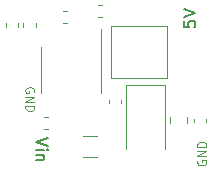
<source format=gto>
G04 #@! TF.GenerationSoftware,KiCad,Pcbnew,(5.1.0-1558-g0ba0c1724)*
G04 #@! TF.CreationDate,2019-11-25T19:03:30-08:00*
G04 #@! TF.ProjectId,MP-Power,4d502d50-6f77-4657-922e-6b696361645f,rev?*
G04 #@! TF.SameCoordinates,Original*
G04 #@! TF.FileFunction,Legend,Top*
G04 #@! TF.FilePolarity,Positive*
%FSLAX46Y46*%
G04 Gerber Fmt 4.6, Leading zero omitted, Abs format (unit mm)*
G04 Created by KiCad (PCBNEW (5.1.0-1558-g0ba0c1724)) date 2019-11-25 19:03:30*
%MOMM*%
%LPD*%
G04 APERTURE LIST*
%ADD10C,0.100000*%
%ADD11C,0.150000*%
%ADD12C,0.120000*%
G04 APERTURE END LIST*
D10*
X124725000Y-86171428D02*
X124689285Y-86242857D01*
X124689285Y-86350000D01*
X124725000Y-86457142D01*
X124796428Y-86528571D01*
X124867857Y-86564285D01*
X125010714Y-86600000D01*
X125117857Y-86600000D01*
X125260714Y-86564285D01*
X125332142Y-86528571D01*
X125403571Y-86457142D01*
X125439285Y-86350000D01*
X125439285Y-86278571D01*
X125403571Y-86171428D01*
X125367857Y-86135714D01*
X125117857Y-86135714D01*
X125117857Y-86278571D01*
X125439285Y-85814285D02*
X124689285Y-85814285D01*
X125439285Y-85385714D01*
X124689285Y-85385714D01*
X125439285Y-85028571D02*
X124689285Y-85028571D01*
X124689285Y-84850000D01*
X124725000Y-84742857D01*
X124796428Y-84671428D01*
X124867857Y-84635714D01*
X125010714Y-84600000D01*
X125117857Y-84600000D01*
X125260714Y-84635714D01*
X125332142Y-84671428D01*
X125403571Y-84742857D01*
X125439285Y-84850000D01*
X125439285Y-85028571D01*
D11*
X112047619Y-84276190D02*
X111047619Y-84609523D01*
X112047619Y-84942857D01*
X111047619Y-85276190D02*
X111714285Y-85276190D01*
X112047619Y-85276190D02*
X112000000Y-85228571D01*
X111952380Y-85276190D01*
X112000000Y-85323809D01*
X112047619Y-85276190D01*
X111952380Y-85276190D01*
X111714285Y-85752380D02*
X111047619Y-85752380D01*
X111619047Y-85752380D02*
X111666666Y-85800000D01*
X111714285Y-85895238D01*
X111714285Y-86038095D01*
X111666666Y-86133333D01*
X111571428Y-86180952D01*
X111047619Y-86180952D01*
X123552380Y-74390476D02*
X123552380Y-74866666D01*
X124028571Y-74914285D01*
X123980952Y-74866666D01*
X123933333Y-74771428D01*
X123933333Y-74533333D01*
X123980952Y-74438095D01*
X124028571Y-74390476D01*
X124123809Y-74342857D01*
X124361904Y-74342857D01*
X124457142Y-74390476D01*
X124504761Y-74438095D01*
X124552380Y-74533333D01*
X124552380Y-74771428D01*
X124504761Y-74866666D01*
X124457142Y-74914285D01*
X123552380Y-74057142D02*
X124552380Y-73723809D01*
X123552380Y-73390476D01*
D10*
X110875000Y-80428571D02*
X110910714Y-80357142D01*
X110910714Y-80250000D01*
X110875000Y-80142857D01*
X110803571Y-80071428D01*
X110732142Y-80035714D01*
X110589285Y-80000000D01*
X110482142Y-80000000D01*
X110339285Y-80035714D01*
X110267857Y-80071428D01*
X110196428Y-80142857D01*
X110160714Y-80250000D01*
X110160714Y-80321428D01*
X110196428Y-80428571D01*
X110232142Y-80464285D01*
X110482142Y-80464285D01*
X110482142Y-80321428D01*
X110160714Y-80785714D02*
X110910714Y-80785714D01*
X110160714Y-81214285D01*
X110910714Y-81214285D01*
X110160714Y-81571428D02*
X110910714Y-81571428D01*
X110910714Y-81750000D01*
X110875000Y-81857142D01*
X110803571Y-81928571D01*
X110732142Y-81964285D01*
X110589285Y-82000000D01*
X110482142Y-82000000D01*
X110339285Y-81964285D01*
X110267857Y-81928571D01*
X110196428Y-81857142D01*
X110160714Y-81750000D01*
X110160714Y-81571428D01*
D12*
X111440000Y-78500000D02*
X111440000Y-80450000D01*
X111440000Y-78500000D02*
X111440000Y-76550000D01*
X116560000Y-78500000D02*
X116560000Y-80450000D01*
X116560000Y-78500000D02*
X116560000Y-75050000D01*
X124390000Y-82637221D02*
X124390000Y-82962779D01*
X125410000Y-82637221D02*
X125410000Y-82962779D01*
X113337221Y-73490000D02*
X113662779Y-73490000D01*
X113337221Y-74510000D02*
X113662779Y-74510000D01*
D10*
X117375000Y-74775000D02*
X117375000Y-79225000D01*
X122125000Y-74775000D02*
X122125000Y-79225000D01*
X117375000Y-79225000D02*
X122125000Y-79225000D01*
X117375000Y-74775000D02*
X122125000Y-74775000D01*
D12*
X109990000Y-74912779D02*
X109990000Y-74587221D01*
X111010000Y-74912779D02*
X111010000Y-74587221D01*
X109510000Y-74587221D02*
X109510000Y-74912779D01*
X108490000Y-74587221D02*
X108490000Y-74912779D01*
X116337221Y-72990000D02*
X116662779Y-72990000D01*
X116337221Y-74010000D02*
X116662779Y-74010000D01*
X112062779Y-83510000D02*
X111737221Y-83510000D01*
X112062779Y-82490000D02*
X111737221Y-82490000D01*
X121950000Y-79800000D02*
X118650000Y-79800000D01*
X118650000Y-79800000D02*
X118650000Y-85200000D01*
X121950000Y-79800000D02*
X121950000Y-85200000D01*
X123810000Y-82491422D02*
X123810000Y-83008578D01*
X122390000Y-82491422D02*
X122390000Y-83008578D01*
X118210000Y-81037221D02*
X118210000Y-81362779D01*
X117190000Y-81037221D02*
X117190000Y-81362779D01*
X114997936Y-84090000D02*
X116202064Y-84090000D01*
X114997936Y-85910000D02*
X116202064Y-85910000D01*
M02*

</source>
